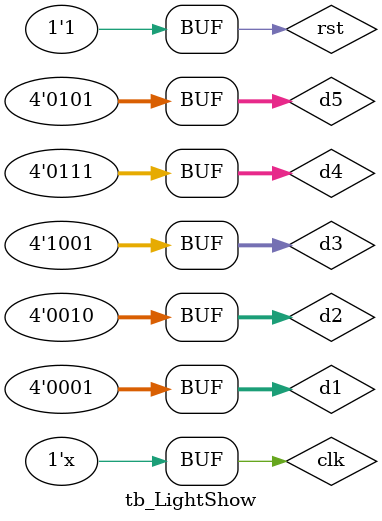
<source format=v>
`timescale 1ns / 1ps


module tb_LightShow(

    );
    reg clk;
    reg rst;
    reg [3:0] d1;
    reg [3:0] d2;
    reg [3:0] d3; 
    reg [3:0] d4;
    reg [3:0] d5;

    wire [7:0] px;
    wire [6:0] led_1;
    wire [6:0] led_2;
    
    LightShow ls(.clk (clk ),
                 .data_1(d1),
                 .data_2(d2),
                 .data_3(d3),
                 .data_4(d4),
                 .data_5(d5),
                 .o_px(px),
                 .o_led_1(led_1),
                 .o_led_2(led_2));

    initial begin

        rst = 0;
        clk = 0;

        #30 rst = 1;

        d1 = 4'h1;
        d2 = 4'h2;
        d3 = 4'h9;
        d4 = 4'h7;
        d5 = 4'h5;

    end

    always
        #20 clk = ~clk;
endmodule

</source>
